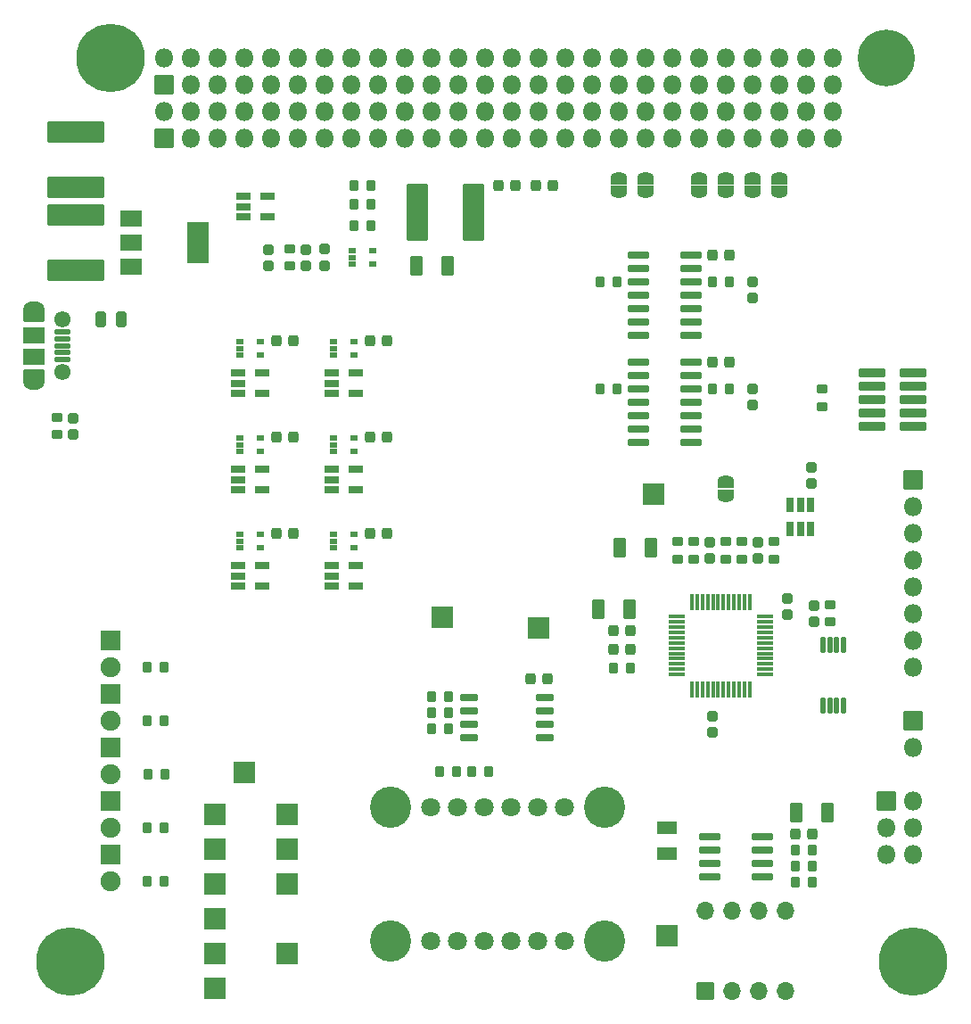
<source format=gts>
%TF.GenerationSoftware,KiCad,Pcbnew,(6.0.4)*%
%TF.CreationDate,2022-07-08T23:35:13-04:00*%
%TF.ProjectId,Avionics_Board,4176696f-6e69-4637-935f-426f6172642e,rev?*%
%TF.SameCoordinates,Original*%
%TF.FileFunction,Soldermask,Top*%
%TF.FilePolarity,Negative*%
%FSLAX46Y46*%
G04 Gerber Fmt 4.6, Leading zero omitted, Abs format (unit mm)*
G04 Created by KiCad (PCBNEW (6.0.4)) date 2022-07-08 23:35:13*
%MOMM*%
%LPD*%
G01*
G04 APERTURE LIST*
G04 Aperture macros list*
%AMRoundRect*
0 Rectangle with rounded corners*
0 $1 Rounding radius*
0 $2 $3 $4 $5 $6 $7 $8 $9 X,Y pos of 4 corners*
0 Add a 4 corners polygon primitive as box body*
4,1,4,$2,$3,$4,$5,$6,$7,$8,$9,$2,$3,0*
0 Add four circle primitives for the rounded corners*
1,1,$1+$1,$2,$3*
1,1,$1+$1,$4,$5*
1,1,$1+$1,$6,$7*
1,1,$1+$1,$8,$9*
0 Add four rect primitives between the rounded corners*
20,1,$1+$1,$2,$3,$4,$5,0*
20,1,$1+$1,$4,$5,$6,$7,0*
20,1,$1+$1,$6,$7,$8,$9,0*
20,1,$1+$1,$8,$9,$2,$3,0*%
%AMFreePoly0*
4,1,37,0.535921,0.785921,0.550800,0.750000,0.550800,-0.750000,0.535921,-0.785921,0.500000,-0.800800,0.000000,-0.800800,-0.012526,-0.795612,-0.080872,-0.794359,-0.095090,-0.792057,-0.230405,-0.749782,-0.243405,-0.743581,-0.361415,-0.665026,-0.372153,-0.655426,-0.463373,-0.546907,-0.470984,-0.534678,-0.528079,-0.404919,-0.531952,-0.391047,-0.549535,-0.256587,-0.548147,-0.256405,-0.550800,-0.250000,
-0.550800,0.250000,-0.550314,0.251174,-0.550158,0.263925,-0.528347,0.404002,-0.524136,0.417775,-0.463888,0.546100,-0.455980,0.558139,-0.362136,0.664397,-0.351168,0.673732,-0.231273,0.749380,-0.218125,0.755261,-0.081818,0.794218,-0.067547,0.796173,-0.011991,0.795833,0.000000,0.800800,0.500000,0.800800,0.535921,0.785921,0.535921,0.785921,$1*%
%AMFreePoly1*
4,1,37,0.012350,0.795685,0.074215,0.795307,0.088460,0.793178,0.224281,0.752559,0.237356,0.746518,0.356318,0.669411,0.367173,0.659942,0.459711,0.552545,0.467470,0.540411,0.526147,0.411359,0.530190,0.397535,0.550287,0.257202,0.550800,0.250000,0.550800,-0.250000,0.550796,-0.250620,0.550647,-0.262836,0.549947,-0.270644,0.526427,-0.410445,0.522048,-0.424167,0.460236,-0.551746,
0.452182,-0.563686,0.357047,-0.668790,0.345965,-0.677991,0.225155,-0.752168,0.211936,-0.757888,0.075163,-0.795177,0.060870,-0.796957,0.011464,-0.796051,0.000000,-0.800800,-0.500000,-0.800800,-0.535921,-0.785921,-0.550800,-0.750000,-0.550800,0.750000,-0.535921,0.785921,-0.500000,0.800800,0.000000,0.800800,0.012350,0.795685,0.012350,0.795685,$1*%
G04 Aperture macros list end*
%ADD10FreePoly0,90.000000*%
%ADD11FreePoly1,90.000000*%
%ADD12C,6.501600*%
%ADD13RoundRect,0.250800X0.200000X0.275000X-0.200000X0.275000X-0.200000X-0.275000X0.200000X-0.275000X0*%
%ADD14RoundRect,0.275800X-0.250000X0.225000X-0.250000X-0.225000X0.250000X-0.225000X0.250000X0.225000X0*%
%ADD15RoundRect,0.200800X-0.512500X-0.150000X0.512500X-0.150000X0.512500X0.150000X-0.512500X0.150000X0*%
%ADD16RoundRect,0.050800X0.850000X-0.850000X0.850000X0.850000X-0.850000X0.850000X-0.850000X-0.850000X0*%
%ADD17O,1.801600X1.801600*%
%ADD18RoundRect,0.050800X-0.325000X-0.200000X0.325000X-0.200000X0.325000X0.200000X-0.325000X0.200000X0*%
%ADD19RoundRect,0.050800X-0.900000X0.900000X-0.900000X-0.900000X0.900000X-0.900000X0.900000X0.900000X0*%
%ADD20C,1.901600*%
%ADD21RoundRect,0.050800X0.900000X-0.500000X0.900000X0.500000X-0.900000X0.500000X-0.900000X-0.500000X0*%
%ADD22RoundRect,0.250800X0.275000X-0.200000X0.275000X0.200000X-0.275000X0.200000X-0.275000X-0.200000X0*%
%ADD23RoundRect,0.050800X1.000000X-1.000000X1.000000X1.000000X-1.000000X1.000000X-1.000000X-1.000000X0*%
%ADD24RoundRect,0.125800X-0.662500X-0.075000X0.662500X-0.075000X0.662500X0.075000X-0.662500X0.075000X0*%
%ADD25RoundRect,0.125800X-0.075000X-0.662500X0.075000X-0.662500X0.075000X0.662500X-0.075000X0.662500X0*%
%ADD26RoundRect,0.200800X-0.825000X-0.150000X0.825000X-0.150000X0.825000X0.150000X-0.825000X0.150000X0*%
%ADD27RoundRect,0.275800X0.250000X-0.225000X0.250000X0.225000X-0.250000X0.225000X-0.250000X-0.225000X0*%
%ADD28RoundRect,0.050800X-1.000000X-1.000000X1.000000X-1.000000X1.000000X1.000000X-1.000000X1.000000X0*%
%ADD29RoundRect,0.275800X0.225000X0.250000X-0.225000X0.250000X-0.225000X-0.250000X0.225000X-0.250000X0*%
%ADD30RoundRect,0.050800X-0.850000X-0.850000X0.850000X-0.850000X0.850000X0.850000X-0.850000X0.850000X0*%
%ADD31RoundRect,0.269550X0.218750X0.256250X-0.218750X0.256250X-0.218750X-0.256250X0.218750X-0.256250X0*%
%ADD32RoundRect,0.200800X-0.650000X-0.150000X0.650000X-0.150000X0.650000X0.150000X-0.650000X0.150000X0*%
%ADD33RoundRect,0.275800X-0.225000X-0.250000X0.225000X-0.250000X0.225000X0.250000X-0.225000X0.250000X0*%
%ADD34RoundRect,0.300800X0.325000X0.650000X-0.325000X0.650000X-0.325000X-0.650000X0.325000X-0.650000X0*%
%ADD35RoundRect,0.050800X-1.000000X-0.750000X1.000000X-0.750000X1.000000X0.750000X-1.000000X0.750000X0*%
%ADD36RoundRect,0.050800X-1.000000X-1.900000X1.000000X-1.900000X1.000000X1.900000X-1.000000X1.900000X0*%
%ADD37RoundRect,0.250800X-0.275000X0.200000X-0.275000X-0.200000X0.275000X-0.200000X0.275000X0.200000X0*%
%ADD38RoundRect,0.250800X-0.200000X-0.275000X0.200000X-0.275000X0.200000X0.275000X-0.200000X0.275000X0*%
%ADD39RoundRect,0.050800X-0.675000X0.200000X-0.675000X-0.200000X0.675000X-0.200000X0.675000X0.200000X0*%
%ADD40RoundRect,0.050800X-0.950000X0.600000X-0.950000X-0.600000X0.950000X-0.600000X0.950000X0.600000X0*%
%ADD41RoundRect,0.050800X-0.950000X0.750000X-0.950000X-0.750000X0.950000X-0.750000X0.950000X0.750000X0*%
%ADD42C,1.551600*%
%ADD43O,2.001600X1.301600*%
%ADD44RoundRect,0.294550X-0.243750X-0.456250X0.243750X-0.456250X0.243750X0.456250X-0.243750X0.456250X0*%
%ADD45RoundRect,0.150800X0.100000X-0.637500X0.100000X0.637500X-0.100000X0.637500X-0.100000X-0.637500X0*%
%ADD46RoundRect,0.300800X-0.325000X-0.650000X0.325000X-0.650000X0.325000X0.650000X-0.325000X0.650000X0*%
%ADD47RoundRect,0.050800X-1.200000X-0.370000X1.200000X-0.370000X1.200000X0.370000X-1.200000X0.370000X0*%
%ADD48RoundRect,0.300799X2.450001X-0.737501X2.450001X0.737501X-2.450001X0.737501X-2.450001X-0.737501X0*%
%ADD49RoundRect,0.200800X0.150000X-0.512500X0.150000X0.512500X-0.150000X0.512500X-0.150000X-0.512500X0*%
%ADD50RoundRect,0.050800X1.000000X1.000000X-1.000000X1.000000X-1.000000X-1.000000X1.000000X-1.000000X0*%
%ADD51C,5.401600*%
%ADD52RoundRect,0.050800X0.800000X-0.800000X0.800000X0.800000X-0.800000X0.800000X-0.800000X-0.800000X0*%
%ADD53O,1.701600X1.701600*%
%ADD54C,1.801600*%
%ADD55C,3.911600*%
%ADD56FreePoly0,270.000000*%
%ADD57FreePoly1,270.000000*%
%ADD58RoundRect,0.269550X-0.218750X-0.256250X0.218750X-0.256250X0.218750X0.256250X-0.218750X0.256250X0*%
%ADD59RoundRect,0.300799X0.737501X2.450001X-0.737501X2.450001X-0.737501X-2.450001X0.737501X-2.450001X0*%
G04 APERTURE END LIST*
D10*
%TO.C,JP2*%
X119380000Y-81300000D03*
D11*
X119380000Y-80000000D03*
%TD*%
D12*
%TO.C,H5*%
X147320000Y-154310000D03*
%TD*%
D13*
%TO.C,R14*%
X95821000Y-84460000D03*
X94171000Y-84460000D03*
%TD*%
D14*
%TO.C,C18*%
X128270000Y-131051000D03*
X128270000Y-132601000D03*
%TD*%
D15*
%TO.C,U24*%
X92080500Y-116784000D03*
X92080500Y-117734000D03*
X92080500Y-118684000D03*
X94355500Y-118684000D03*
X94355500Y-116784000D03*
%TD*%
D16*
%TO.C,H1*%
X76200000Y-76200000D03*
D17*
X76200000Y-73660000D03*
X78740000Y-76200000D03*
X78740000Y-73650000D03*
X81280000Y-76200000D03*
X81280000Y-73650000D03*
X83820000Y-76200000D03*
X83820000Y-73650000D03*
X86360000Y-76200000D03*
X86360000Y-73650000D03*
X88900000Y-76200000D03*
X88900000Y-73650000D03*
X91440000Y-76200000D03*
X91440000Y-73650000D03*
X93980000Y-76200000D03*
X93980000Y-73650000D03*
X96520000Y-76200000D03*
X96520000Y-73650000D03*
X99060000Y-76200000D03*
X99060000Y-73650000D03*
X101600000Y-76200000D03*
X101600000Y-73650000D03*
X104140000Y-76200000D03*
X104140000Y-73650000D03*
X106680000Y-76200000D03*
X106680000Y-73650000D03*
X109220000Y-76200000D03*
X109220000Y-73650000D03*
X111760000Y-76200000D03*
X111760000Y-73650000D03*
X114300000Y-76200000D03*
X114300000Y-73650000D03*
X116840000Y-76200000D03*
X116840000Y-73650000D03*
X119380000Y-76200000D03*
X119380000Y-73650000D03*
X121920000Y-76200000D03*
X121920000Y-73650000D03*
X124460000Y-76200000D03*
X124460000Y-73650000D03*
X127000000Y-76200000D03*
X127000000Y-73650000D03*
X129540000Y-76200000D03*
X129540000Y-73650000D03*
X132080000Y-76200000D03*
X132080000Y-73650000D03*
X134620000Y-76200000D03*
X134620000Y-73650000D03*
X137160000Y-76200000D03*
X137160000Y-73650000D03*
X139700000Y-76200000D03*
X139700000Y-73650000D03*
%TD*%
D18*
%TO.C,U13*%
X83378000Y-113782000D03*
X83378000Y-114432000D03*
X83378000Y-115082000D03*
X85278000Y-115082000D03*
X85278000Y-113782000D03*
%TD*%
D13*
%TO.C,R7*%
X103187000Y-132212000D03*
X101537000Y-132212000D03*
%TD*%
D19*
%TO.C,D1*%
X71120000Y-144150000D03*
D20*
X71120000Y-146690000D03*
%TD*%
D13*
%TO.C,R11*%
X137731000Y-145288000D03*
X136081000Y-145288000D03*
%TD*%
D21*
%TO.C,Y1*%
X123952000Y-141630000D03*
X123952000Y-144130000D03*
%TD*%
D22*
%TO.C,R23*%
X129540000Y-116141000D03*
X129540000Y-114491000D03*
%TD*%
D23*
%TO.C,TP6*%
X81026000Y-156850000D03*
%TD*%
D15*
%TO.C,U7*%
X83698500Y-81732000D03*
X83698500Y-82682000D03*
X83698500Y-83632000D03*
X85973500Y-83632000D03*
X85973500Y-81732000D03*
%TD*%
D18*
%TO.C,U21*%
X92268000Y-104638000D03*
X92268000Y-105288000D03*
X92268000Y-105938000D03*
X94168000Y-105938000D03*
X94168000Y-104638000D03*
%TD*%
D24*
%TO.C,U9*%
X124869500Y-121588000D03*
X124869500Y-122088000D03*
X124869500Y-122588000D03*
X124869500Y-123088000D03*
X124869500Y-123588000D03*
X124869500Y-124088000D03*
X124869500Y-124588000D03*
X124869500Y-125088000D03*
X124869500Y-125588000D03*
X124869500Y-126088000D03*
X124869500Y-126588000D03*
X124869500Y-127088000D03*
D25*
X126282000Y-128500500D03*
X126782000Y-128500500D03*
X127282000Y-128500500D03*
X127782000Y-128500500D03*
X128282000Y-128500500D03*
X128782000Y-128500500D03*
X129282000Y-128500500D03*
X129782000Y-128500500D03*
X130282000Y-128500500D03*
X130782000Y-128500500D03*
X131282000Y-128500500D03*
X131782000Y-128500500D03*
D24*
X133194500Y-127088000D03*
X133194500Y-126588000D03*
X133194500Y-126088000D03*
X133194500Y-125588000D03*
X133194500Y-125088000D03*
X133194500Y-124588000D03*
X133194500Y-124088000D03*
X133194500Y-123588000D03*
X133194500Y-123088000D03*
X133194500Y-122588000D03*
X133194500Y-122088000D03*
X133194500Y-121588000D03*
D25*
X131782000Y-120175500D03*
X131282000Y-120175500D03*
X130782000Y-120175500D03*
X130282000Y-120175500D03*
X129782000Y-120175500D03*
X129282000Y-120175500D03*
X128782000Y-120175500D03*
X128282000Y-120175500D03*
X127782000Y-120175500D03*
X127282000Y-120175500D03*
X126782000Y-120175500D03*
X126282000Y-120175500D03*
%TD*%
D23*
%TO.C,TP12*%
X83820000Y-136398000D03*
%TD*%
D13*
%TO.C,R18*%
X76200000Y-141610000D03*
X74550000Y-141610000D03*
%TD*%
D26*
%TO.C,U3*%
X128016000Y-142499000D03*
X128016000Y-143769000D03*
X128016000Y-145039000D03*
X128016000Y-146309000D03*
X132966000Y-146309000D03*
X132966000Y-145039000D03*
X132966000Y-143769000D03*
X132966000Y-142499000D03*
%TD*%
D18*
%TO.C,U19*%
X92268000Y-95494000D03*
X92268000Y-96144000D03*
X92268000Y-96794000D03*
X94168000Y-96794000D03*
X94168000Y-95494000D03*
%TD*%
D13*
%TO.C,R15*%
X95821000Y-80650000D03*
X94171000Y-80650000D03*
%TD*%
D23*
%TO.C,TP14*%
X102616000Y-121666000D03*
%TD*%
D12*
%TO.C,H3*%
X71120000Y-68580000D03*
%TD*%
D27*
%TO.C,C21*%
X137922000Y-122065000D03*
X137922000Y-120515000D03*
%TD*%
D28*
%TO.C,TP5*%
X81026000Y-153548000D03*
%TD*%
D29*
%TO.C,C31*%
X97295000Y-113670000D03*
X95745000Y-113670000D03*
%TD*%
D30*
%TO.C,J1*%
X147320000Y-108590000D03*
D17*
X147320000Y-111130000D03*
X147320000Y-113670000D03*
X147320000Y-116210000D03*
X147320000Y-118750000D03*
X147320000Y-121290000D03*
X147320000Y-123830000D03*
X147320000Y-126370000D03*
%TD*%
D13*
%TO.C,R4*%
X120459000Y-126492000D03*
X118809000Y-126492000D03*
%TD*%
D23*
%TO.C,TP15*%
X111760000Y-122682000D03*
%TD*%
D31*
%TO.C,L1*%
X109499500Y-80650000D03*
X107924500Y-80650000D03*
%TD*%
D23*
%TO.C,TP8*%
X87884000Y-143642000D03*
%TD*%
D13*
%TO.C,R5*%
X103187000Y-129164000D03*
X101537000Y-129164000D03*
%TD*%
D14*
%TO.C,C25*%
X132080000Y-99941000D03*
X132080000Y-101491000D03*
%TD*%
D13*
%TO.C,R27*%
X119189000Y-89794000D03*
X117539000Y-89794000D03*
%TD*%
D12*
%TO.C,H6*%
X67310000Y-154305000D03*
%TD*%
D32*
%TO.C,U1*%
X105112000Y-129291000D03*
X105112000Y-130561000D03*
X105112000Y-131831000D03*
X105112000Y-133101000D03*
X112312000Y-133101000D03*
X112312000Y-131831000D03*
X112312000Y-130561000D03*
X112312000Y-129291000D03*
%TD*%
D22*
%TO.C,R2*%
X124968000Y-116141000D03*
X124968000Y-114491000D03*
%TD*%
D26*
%TO.C,U12*%
X121223000Y-97414000D03*
X121223000Y-98684000D03*
X121223000Y-99954000D03*
X121223000Y-101224000D03*
X121223000Y-102494000D03*
X121223000Y-103764000D03*
X121223000Y-105034000D03*
X126173000Y-105034000D03*
X126173000Y-103764000D03*
X126173000Y-102494000D03*
X126173000Y-101224000D03*
X126173000Y-99954000D03*
X126173000Y-98684000D03*
X126173000Y-97414000D03*
%TD*%
D28*
%TO.C,TP2*%
X81026000Y-143642000D03*
%TD*%
%TO.C,TP3*%
X81026000Y-146944000D03*
%TD*%
D14*
%TO.C,C7*%
X91440000Y-86720000D03*
X91440000Y-88270000D03*
%TD*%
D19*
%TO.C,D4*%
X71120000Y-128910000D03*
D20*
X71120000Y-131450000D03*
%TD*%
D33*
%TO.C,C1*%
X110985000Y-127508000D03*
X112535000Y-127508000D03*
%TD*%
D34*
%TO.C,C14*%
X103075000Y-88270000D03*
X100125000Y-88270000D03*
%TD*%
D14*
%TO.C,C8*%
X89662000Y-86733000D03*
X89662000Y-88283000D03*
%TD*%
D35*
%TO.C,U8*%
X73050000Y-83806000D03*
D36*
X79350000Y-86106000D03*
D35*
X73050000Y-86106000D03*
X73050000Y-88406000D03*
%TD*%
D13*
%TO.C,R17*%
X76200000Y-146690000D03*
X74550000Y-146690000D03*
%TD*%
D37*
%TO.C,R19*%
X66040000Y-102685000D03*
X66040000Y-104335000D03*
%TD*%
D38*
%TO.C,R22*%
X74550000Y-126370000D03*
X76200000Y-126370000D03*
%TD*%
D13*
%TO.C,R13*%
X95821000Y-82428000D03*
X94171000Y-82428000D03*
%TD*%
D15*
%TO.C,U18*%
X83190500Y-107640000D03*
X83190500Y-108590000D03*
X83190500Y-109540000D03*
X85465500Y-109540000D03*
X85465500Y-107640000D03*
%TD*%
D26*
%TO.C,U11*%
X121223000Y-87254000D03*
X121223000Y-88524000D03*
X121223000Y-89794000D03*
X121223000Y-91064000D03*
X121223000Y-92334000D03*
X121223000Y-93604000D03*
X121223000Y-94874000D03*
X126173000Y-94874000D03*
X126173000Y-93604000D03*
X126173000Y-92334000D03*
X126173000Y-91064000D03*
X126173000Y-89794000D03*
X126173000Y-88524000D03*
X126173000Y-87254000D03*
%TD*%
D39*
%TO.C,J2*%
X66479400Y-94590000D03*
X66479400Y-95240000D03*
X66479400Y-95890000D03*
X66479400Y-96540000D03*
X66479400Y-97190000D03*
D40*
X63779400Y-92990000D03*
X63779400Y-98790000D03*
D41*
X63779400Y-96890000D03*
D42*
X66479400Y-93390000D03*
X66479400Y-98390000D03*
D43*
X63779400Y-92390000D03*
X63779400Y-99390000D03*
D41*
X63779400Y-94890000D03*
%TD*%
D14*
%TO.C,C10*%
X67564000Y-102730000D03*
X67564000Y-104280000D03*
%TD*%
%TO.C,C9*%
X86106000Y-86733000D03*
X86106000Y-88283000D03*
%TD*%
D33*
%TO.C,C23*%
X128257000Y-97414000D03*
X129807000Y-97414000D03*
%TD*%
D23*
%TO.C,TP13*%
X122682000Y-109982000D03*
%TD*%
D19*
%TO.C,D2*%
X71120000Y-139070000D03*
D20*
X71120000Y-141610000D03*
%TD*%
D29*
%TO.C,C30*%
X97295000Y-104526000D03*
X95745000Y-104526000D03*
%TD*%
D44*
%TO.C,F1*%
X70182500Y-93350000D03*
X72057500Y-93350000D03*
%TD*%
D33*
%TO.C,C22*%
X128257000Y-87254000D03*
X129807000Y-87254000D03*
%TD*%
D28*
%TO.C,TP1*%
X81026000Y-140340000D03*
%TD*%
D13*
%TO.C,R9*%
X106997000Y-136276000D03*
X105347000Y-136276000D03*
%TD*%
D18*
%TO.C,U15*%
X83378000Y-95494000D03*
X83378000Y-96144000D03*
X83378000Y-96794000D03*
X85278000Y-96794000D03*
X85278000Y-95494000D03*
%TD*%
D27*
%TO.C,C19*%
X135382000Y-121425000D03*
X135382000Y-119875000D03*
%TD*%
D37*
%TO.C,R16*%
X88138000Y-86683000D03*
X88138000Y-88333000D03*
%TD*%
D45*
%TO.C,U10*%
X138725000Y-129994500D03*
X139375000Y-129994500D03*
X140025000Y-129994500D03*
X140675000Y-129994500D03*
X140675000Y-124269500D03*
X140025000Y-124269500D03*
X139375000Y-124269500D03*
X138725000Y-124269500D03*
%TD*%
D46*
%TO.C,C16*%
X117397000Y-120904000D03*
X120347000Y-120904000D03*
%TD*%
D22*
%TO.C,R1*%
X126492000Y-116141000D03*
X126492000Y-114491000D03*
%TD*%
D37*
%TO.C,R26*%
X139446000Y-120465000D03*
X139446000Y-122115000D03*
%TD*%
D29*
%TO.C,C26*%
X88405000Y-113670000D03*
X86855000Y-113670000D03*
%TD*%
D33*
%TO.C,C5*%
X111493000Y-80650000D03*
X113043000Y-80650000D03*
%TD*%
D29*
%TO.C,C15*%
X120409000Y-122936000D03*
X118859000Y-122936000D03*
%TD*%
D47*
%TO.C,J5*%
X143420000Y-98430000D03*
X147320000Y-98430000D03*
X143420000Y-99700000D03*
X147320000Y-99700000D03*
X143420000Y-100970000D03*
X147320000Y-100970000D03*
X143420000Y-102240000D03*
X147320000Y-102240000D03*
X143420000Y-103510000D03*
X147320000Y-103510000D03*
%TD*%
D15*
%TO.C,U20*%
X92080500Y-98496000D03*
X92080500Y-99446000D03*
X92080500Y-100396000D03*
X94355500Y-100396000D03*
X94355500Y-98496000D03*
%TD*%
D23*
%TO.C,TP7*%
X87884000Y-140340000D03*
%TD*%
%TO.C,TP9*%
X87884000Y-146944000D03*
%TD*%
D13*
%TO.C,R10*%
X137731000Y-146812000D03*
X136081000Y-146812000D03*
%TD*%
%TO.C,R6*%
X103187000Y-130688000D03*
X101537000Y-130688000D03*
%TD*%
D18*
%TO.C,U17*%
X83378000Y-104638000D03*
X83378000Y-105288000D03*
X83378000Y-105938000D03*
X85278000Y-105938000D03*
X85278000Y-104638000D03*
%TD*%
D46*
%TO.C,C20*%
X119429000Y-115062000D03*
X122379000Y-115062000D03*
%TD*%
D10*
%TO.C,JP5*%
X129540000Y-81300000D03*
D11*
X129540000Y-80000000D03*
%TD*%
D48*
%TO.C,C12*%
X67818000Y-80869500D03*
X67818000Y-75594500D03*
%TD*%
D19*
%TO.C,D3*%
X71120000Y-133990000D03*
D20*
X71120000Y-136530000D03*
%TD*%
D14*
%TO.C,C4*%
X137668000Y-107429000D03*
X137668000Y-108979000D03*
%TD*%
D49*
%TO.C,U5*%
X135636000Y-113284000D03*
X136586000Y-113284000D03*
X137536000Y-113284000D03*
X137536000Y-111009000D03*
X136586000Y-111009000D03*
X135636000Y-111009000D03*
%TD*%
D13*
%TO.C,R21*%
X76200000Y-131450000D03*
X74550000Y-131450000D03*
%TD*%
D30*
%TO.C,J3*%
X147320000Y-131450000D03*
D17*
X147320000Y-133990000D03*
%TD*%
D10*
%TO.C,JP7*%
X134620000Y-81300000D03*
D11*
X134620000Y-80000000D03*
%TD*%
D14*
%TO.C,C24*%
X132080000Y-89781000D03*
X132080000Y-91331000D03*
%TD*%
D29*
%TO.C,C28*%
X88405000Y-104526000D03*
X86855000Y-104526000D03*
%TD*%
D48*
%TO.C,C11*%
X67818000Y-88743500D03*
X67818000Y-83468500D03*
%TD*%
D10*
%TO.C,JP3*%
X121920000Y-81300000D03*
D11*
X121920000Y-80000000D03*
%TD*%
D13*
%TO.C,R8*%
X103949000Y-136276000D03*
X102299000Y-136276000D03*
%TD*%
D15*
%TO.C,U22*%
X92080500Y-107640000D03*
X92080500Y-108590000D03*
X92080500Y-109540000D03*
X94355500Y-109540000D03*
X94355500Y-107640000D03*
%TD*%
D29*
%TO.C,C2*%
X137681000Y-142240000D03*
X136131000Y-142240000D03*
%TD*%
D37*
%TO.C,R25*%
X138684000Y-100013000D03*
X138684000Y-101663000D03*
%TD*%
D50*
%TO.C,TP10*%
X123952000Y-151892000D03*
%TD*%
D51*
%TO.C,H4*%
X144780000Y-68580000D03*
%TD*%
D15*
%TO.C,U14*%
X83190500Y-116784000D03*
X83190500Y-117734000D03*
X83190500Y-118684000D03*
X85465500Y-118684000D03*
X85465500Y-116784000D03*
%TD*%
%TO.C,U16*%
X83190500Y-98496000D03*
X83190500Y-99446000D03*
X83190500Y-100396000D03*
X85465500Y-100396000D03*
X85465500Y-98496000D03*
%TD*%
D10*
%TO.C,JP6*%
X132080000Y-81300000D03*
D11*
X132080000Y-80000000D03*
%TD*%
D37*
%TO.C,R24*%
X131064000Y-114491000D03*
X131064000Y-116141000D03*
%TD*%
D29*
%TO.C,C27*%
X88405000Y-95382000D03*
X86855000Y-95382000D03*
%TD*%
D13*
%TO.C,R29*%
X129857000Y-89794000D03*
X128207000Y-89794000D03*
%TD*%
D22*
%TO.C,R3*%
X134112000Y-116141000D03*
X134112000Y-114491000D03*
%TD*%
D23*
%TO.C,TP11*%
X87884000Y-153548000D03*
%TD*%
D13*
%TO.C,R20*%
X76263000Y-136530000D03*
X74613000Y-136530000D03*
%TD*%
D18*
%TO.C,U23*%
X92268000Y-113782000D03*
X92268000Y-114432000D03*
X92268000Y-115082000D03*
X94168000Y-115082000D03*
X94168000Y-113782000D03*
%TD*%
D13*
%TO.C,R28*%
X119189000Y-99954000D03*
X117539000Y-99954000D03*
%TD*%
D52*
%TO.C,U4*%
X127518000Y-157094000D03*
D53*
X130058000Y-157094000D03*
X132598000Y-157094000D03*
X135138000Y-157094000D03*
X135138000Y-149474000D03*
X132598000Y-149474000D03*
X130058000Y-149474000D03*
X127518000Y-149474000D03*
%TD*%
D18*
%TO.C,U6*%
X94046000Y-86858000D03*
X94046000Y-87508000D03*
X94046000Y-88158000D03*
X95946000Y-88158000D03*
X95946000Y-86858000D03*
%TD*%
D54*
%TO.C,U2*%
X114141000Y-139673000D03*
X111601000Y-139673000D03*
X109061000Y-139673000D03*
X106521000Y-139673000D03*
X103981000Y-139673000D03*
X101441000Y-139673000D03*
X101441000Y-152373000D03*
X103981000Y-152373000D03*
X106521000Y-152373000D03*
X109061000Y-152373000D03*
X111601000Y-152373000D03*
X114141000Y-152373000D03*
D55*
X97631000Y-139673000D03*
X117951000Y-139673000D03*
X117951000Y-152373000D03*
X97631000Y-152373000D03*
%TD*%
D29*
%TO.C,C29*%
X97295000Y-95382000D03*
X95745000Y-95382000D03*
%TD*%
D27*
%TO.C,C13*%
X132588000Y-116091000D03*
X132588000Y-114541000D03*
%TD*%
D30*
%TO.C,J4*%
X144780000Y-139070000D03*
D17*
X147320000Y-139070000D03*
X144780000Y-141610000D03*
X147320000Y-141610000D03*
X144780000Y-144150000D03*
X147320000Y-144150000D03*
%TD*%
D13*
%TO.C,R30*%
X129857000Y-99954000D03*
X128207000Y-99954000D03*
%TD*%
D56*
%TO.C,JP1*%
X129540000Y-108824000D03*
D57*
X129540000Y-110124000D03*
%TD*%
D19*
%TO.C,D5*%
X71120000Y-123830000D03*
D20*
X71120000Y-126370000D03*
%TD*%
D27*
%TO.C,C17*%
X128016000Y-116091000D03*
X128016000Y-114541000D03*
%TD*%
D58*
%TO.C,L2*%
X118846500Y-124714000D03*
X120421500Y-124714000D03*
%TD*%
D59*
%TO.C,C6*%
X105507500Y-83190000D03*
X100232500Y-83190000D03*
%TD*%
D10*
%TO.C,JP4*%
X127000000Y-81300000D03*
D11*
X127000000Y-80000000D03*
%TD*%
D16*
%TO.C,H2*%
X76200000Y-71120000D03*
D17*
X76200000Y-68580000D03*
X78740000Y-71120000D03*
X78740000Y-68570000D03*
X81280000Y-71120000D03*
X81280000Y-68570000D03*
X83820000Y-71120000D03*
X83820000Y-68570000D03*
X86360000Y-71120000D03*
X86360000Y-68570000D03*
X88900000Y-71120000D03*
X88900000Y-68570000D03*
X91440000Y-71120000D03*
X91440000Y-68570000D03*
X93980000Y-71120000D03*
X93980000Y-68570000D03*
X96520000Y-71120000D03*
X96520000Y-68570000D03*
X99060000Y-71120000D03*
X99060000Y-68570000D03*
X101600000Y-71120000D03*
X101600000Y-68570000D03*
X104140000Y-71120000D03*
X104140000Y-68570000D03*
X106680000Y-71120000D03*
X106680000Y-68570000D03*
X109220000Y-71120000D03*
X109220000Y-68570000D03*
X111760000Y-71120000D03*
X111760000Y-68570000D03*
X114300000Y-71120000D03*
X114300000Y-68570000D03*
X116840000Y-71120000D03*
X116840000Y-68570000D03*
X119380000Y-71120000D03*
X119380000Y-68570000D03*
X121920000Y-71120000D03*
X121920000Y-68570000D03*
X124460000Y-71120000D03*
X124460000Y-68570000D03*
X127000000Y-71120000D03*
X127000000Y-68570000D03*
X129540000Y-71120000D03*
X129540000Y-68570000D03*
X132080000Y-71120000D03*
X132080000Y-68570000D03*
X134620000Y-71120000D03*
X134620000Y-68570000D03*
X137160000Y-71120000D03*
X137160000Y-68570000D03*
X139700000Y-71120000D03*
X139700000Y-68570000D03*
%TD*%
D34*
%TO.C,C3*%
X139143000Y-140208000D03*
X136193000Y-140208000D03*
%TD*%
D28*
%TO.C,TP4*%
X81026000Y-150246000D03*
%TD*%
D13*
%TO.C,R12*%
X137731000Y-143764000D03*
X136081000Y-143764000D03*
%TD*%
M02*

</source>
